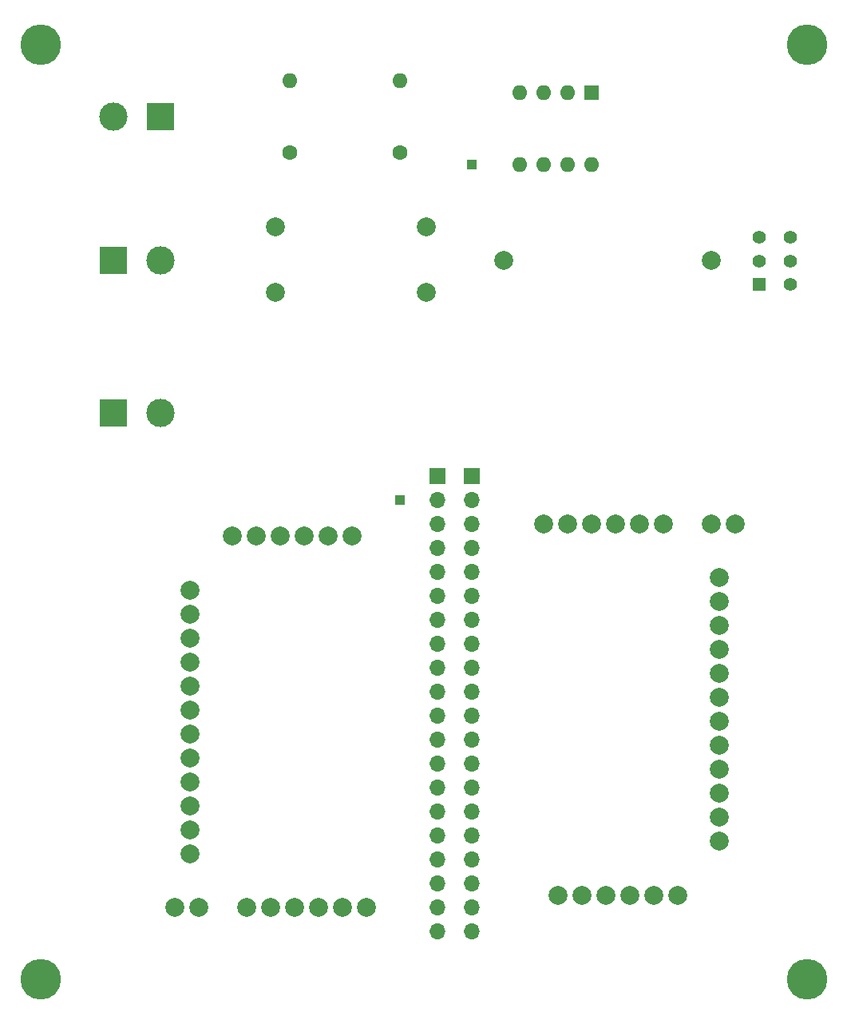
<source format=gbr>
%TF.GenerationSoftware,KiCad,Pcbnew,7.0.5*%
%TF.CreationDate,2023-06-09T13:26:19-05:00*%
%TF.ProjectId,pcbpai,70636270-6169-42e6-9b69-6361645f7063,rev?*%
%TF.SameCoordinates,Original*%
%TF.FileFunction,Soldermask,Bot*%
%TF.FilePolarity,Negative*%
%FSLAX46Y46*%
G04 Gerber Fmt 4.6, Leading zero omitted, Abs format (unit mm)*
G04 Created by KiCad (PCBNEW 7.0.5) date 2023-06-09 13:26:19*
%MOMM*%
%LPD*%
G01*
G04 APERTURE LIST*
%ADD10C,4.300000*%
%ADD11C,2.000000*%
%ADD12C,1.600000*%
%ADD13O,1.600000X1.600000*%
%ADD14R,1.600000X1.600000*%
%ADD15R,3.000000X3.000000*%
%ADD16C,3.000000*%
%ADD17R,1.000000X1.000000*%
%ADD18R,1.700000X1.700000*%
%ADD19O,1.700000X1.700000*%
%ADD20R,1.400000X1.400000*%
%ADD21C,1.400000*%
G04 APERTURE END LIST*
D10*
%TO.C,REF\u002A\u002A*%
X127000000Y-160020000D03*
%TD*%
%TO.C,REF\u002A\u002A*%
X208280000Y-160020000D03*
%TD*%
%TO.C,REF\u002A\u002A*%
X208280000Y-60960000D03*
%TD*%
%TO.C,REF\u002A\u002A*%
X127000000Y-60960000D03*
%TD*%
D11*
%TO.C,U4*%
X151922500Y-87217500D03*
X151922500Y-80217500D03*
X167922500Y-87217500D03*
X167922500Y-80217500D03*
%TD*%
%TO.C,J1*%
X176120000Y-83820000D03*
X198120000Y-83820000D03*
%TD*%
D12*
%TO.C,R1*%
X153430000Y-72390000D03*
D13*
X153430000Y-64770000D03*
%TD*%
D14*
%TO.C,U6*%
X185420000Y-66040000D03*
D13*
X182880000Y-66040000D03*
X180340000Y-66040000D03*
X177800000Y-66040000D03*
X177800000Y-73660000D03*
X180340000Y-73660000D03*
X182880000Y-73660000D03*
X185420000Y-73660000D03*
%TD*%
D15*
%TO.C,J3*%
X139700000Y-68580000D03*
D16*
X134700000Y-68580000D03*
%TD*%
D15*
%TO.C,J4*%
X134700000Y-83820000D03*
D16*
X139700000Y-83820000D03*
%TD*%
D11*
%TO.C,U2*%
X194580000Y-151130000D03*
X192040000Y-151130000D03*
X189500000Y-151130000D03*
X186960000Y-151130000D03*
X184420000Y-151130000D03*
X181880000Y-151130000D03*
X199020000Y-145380000D03*
X199020000Y-142840000D03*
X199020000Y-140300000D03*
X199020000Y-137760000D03*
X199020000Y-135220000D03*
X199020000Y-132680000D03*
X199020000Y-130140000D03*
X199020000Y-127600000D03*
X199020000Y-125060000D03*
X199020000Y-122520000D03*
X199020000Y-119980000D03*
X199020000Y-117440000D03*
X180340000Y-111750000D03*
X182880000Y-111750000D03*
X185420000Y-111750000D03*
X187960000Y-111750000D03*
X190500000Y-111760000D03*
X193040000Y-111750000D03*
X198120000Y-111750000D03*
X200660000Y-111750000D03*
%TD*%
D17*
%TO.C,J2*%
X165100000Y-109220000D03*
%TD*%
%TO.C,J6*%
X172720000Y-73660000D03*
%TD*%
D12*
%TO.C,R2*%
X165100000Y-72390000D03*
D13*
X165100000Y-64770000D03*
%TD*%
D11*
%TO.C,U1*%
X147320000Y-113020000D03*
X149860000Y-113020000D03*
X152400000Y-113020000D03*
X154940000Y-113020000D03*
X157480000Y-113020000D03*
X160020000Y-113020000D03*
X142880000Y-118770000D03*
X142880000Y-121310000D03*
X142880000Y-123850000D03*
X142880000Y-126390000D03*
X142880000Y-128930000D03*
X142880000Y-131470000D03*
X142880000Y-134010000D03*
X142880000Y-136550000D03*
X142880000Y-139090000D03*
X142880000Y-141630000D03*
X142880000Y-144170000D03*
X142880000Y-146710000D03*
X161560000Y-152400000D03*
X159020000Y-152400000D03*
X156480000Y-152400000D03*
X153940000Y-152400000D03*
X151400000Y-152390000D03*
X148860000Y-152400000D03*
X143780000Y-152400000D03*
X141240000Y-152400000D03*
%TD*%
D15*
%TO.C,J5*%
X134700000Y-99985000D03*
D16*
X139700000Y-99985000D03*
%TD*%
D18*
%TO.C,U3*%
X169120000Y-106680000D03*
X172720000Y-106680000D03*
D19*
X169120000Y-109220000D03*
X172720000Y-109220000D03*
X169120000Y-111760000D03*
X172720000Y-111760000D03*
X169120000Y-114300000D03*
X172720000Y-114300000D03*
X169120000Y-116840000D03*
X172720000Y-116840000D03*
X169120000Y-119380000D03*
X172720000Y-119380000D03*
X169120000Y-121920000D03*
X172720000Y-121920000D03*
X169120000Y-124460000D03*
X172720000Y-124460000D03*
X169120000Y-127000000D03*
X172720000Y-127000000D03*
X169120000Y-129540000D03*
X172720000Y-129540000D03*
X169120000Y-132080000D03*
X172720000Y-132080000D03*
X169120000Y-134620000D03*
X172720000Y-134620000D03*
X169120000Y-137160000D03*
X172720000Y-137160000D03*
X169120000Y-139700000D03*
X172720000Y-139700000D03*
X169120000Y-142240000D03*
X172720000Y-142240000D03*
X169120000Y-144780000D03*
X172720000Y-144780000D03*
X169120000Y-147320000D03*
X172720000Y-147320000D03*
X169120000Y-149860000D03*
X172720000Y-149860000D03*
X169120000Y-152400000D03*
X172720000Y-152400000D03*
X169120000Y-154940000D03*
X172720000Y-154940000D03*
%TD*%
D20*
%TO.C,SW1*%
X203200000Y-86360000D03*
D21*
X203200000Y-83860000D03*
X203200000Y-81360000D03*
X206500000Y-86360000D03*
X206500000Y-83860000D03*
X206500000Y-81360000D03*
%TD*%
M02*

</source>
